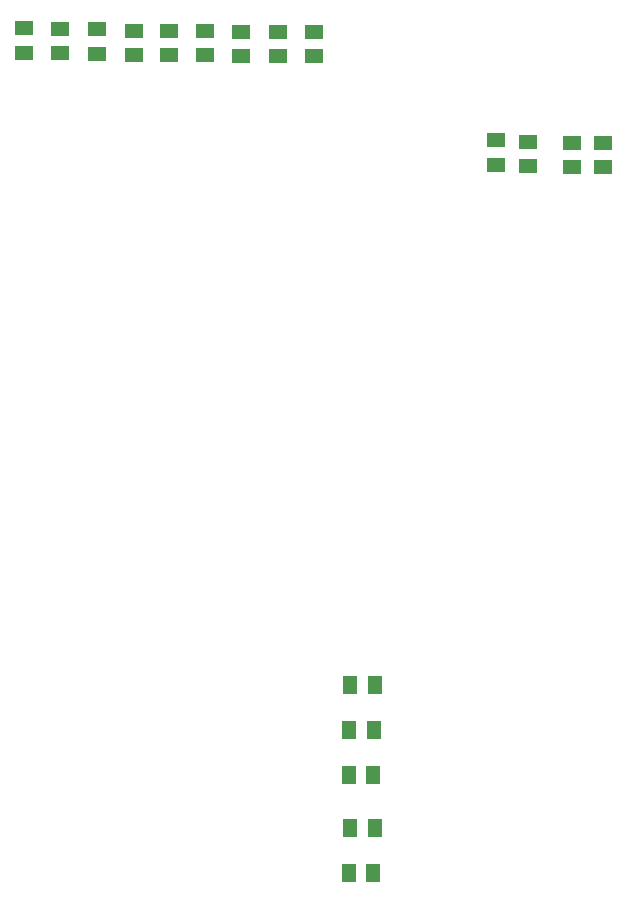
<source format=gtp>
G04 #@! TF.GenerationSoftware,KiCad,Pcbnew,(5.0.0-rc2-dev-352-g017154715)*
G04 #@! TF.CreationDate,2018-06-03T23:58:01-04:00*
G04 #@! TF.ProjectId,DayClock Circuit,446179436C6F636B2043697263756974,rev?*
G04 #@! TF.SameCoordinates,Original*
G04 #@! TF.FileFunction,Paste,Top*
G04 #@! TF.FilePolarity,Positive*
%FSLAX46Y46*%
G04 Gerber Fmt 4.6, Leading zero omitted, Abs format (unit mm)*
G04 Created by KiCad (PCBNEW (5.0.0-rc2-dev-352-g017154715)) date 06/03/18 23:58:01*
%MOMM*%
%LPD*%
G01*
G04 APERTURE LIST*
%ADD10R,1.500000X1.145000*%
%ADD11R,1.145000X1.500000*%
G04 APERTURE END LIST*
D10*
X45300000Y-25815000D03*
X45300000Y-27900000D03*
X48400000Y-25857500D03*
X48400000Y-27942500D03*
X57600000Y-26000000D03*
X57600000Y-28085000D03*
X60600000Y-28100000D03*
X60600000Y-26015000D03*
X63700000Y-26100000D03*
X63700000Y-28185000D03*
X66800000Y-28200000D03*
X66800000Y-26115000D03*
X69900000Y-28200000D03*
X69900000Y-26115000D03*
X54600000Y-26000000D03*
X54600000Y-28085000D03*
X91700000Y-35500000D03*
X91700000Y-37585000D03*
X94350000Y-35500000D03*
X94350000Y-37585000D03*
X85300000Y-35300000D03*
X85300000Y-37385000D03*
X88000000Y-35400000D03*
X88000000Y-37485000D03*
D11*
X75000000Y-93500000D03*
X72915000Y-93500000D03*
X74900000Y-97300000D03*
X72815000Y-97300000D03*
X72957500Y-81400000D03*
X75042500Y-81400000D03*
X72857500Y-85200000D03*
X74942500Y-85200000D03*
X72815000Y-89000000D03*
X74900000Y-89000000D03*
D10*
X51500000Y-25900000D03*
X51500000Y-27985000D03*
M02*

</source>
